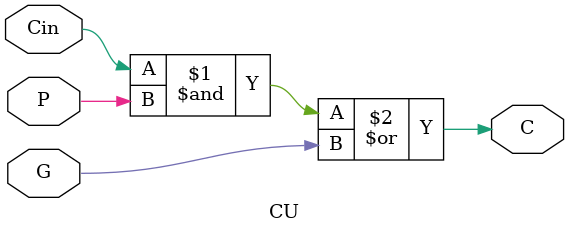
<source format=v>
module CU(input wire  P,G,Cin,
          output wire C);

    assign C = (Cin & P) | G;

endmodule
</source>
